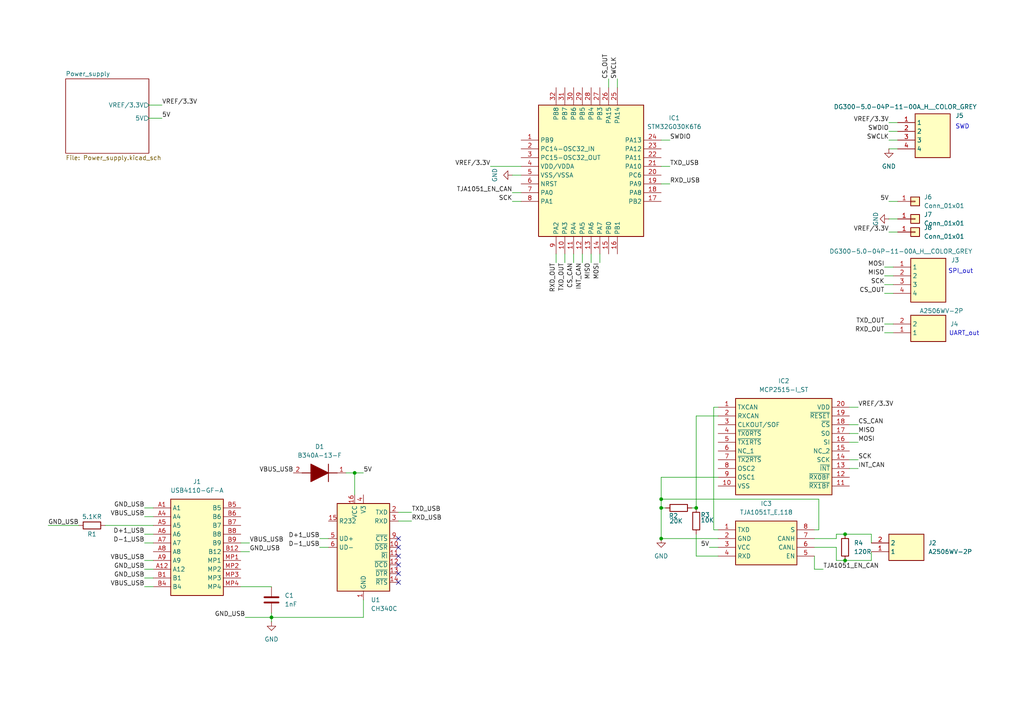
<source format=kicad_sch>
(kicad_sch (version 20250114) (generator "eeschema") (generator_version "9.0")
  (paper "A4")
  (title_block (title "Płytka PCB z SWD, SPI, UART, CAN i USB") (date "2025-09-04") (comment 1 "Zasilanie 230 Vac") (comment 2 "Cortex M0+, SWD, SPI, UART, CAN, USB (device)"))
  (lib_symbols
    (symbol "Connector_Generic:Conn_01x01" (pin_names (offset 1.016) (hide yes))
      (property "Reference" "J" (at 0 2.54 0))
      (property "Value" "Conn_01x01" (at 0 -2.54 0))
      (symbol "Conn_01x01_1_1"
        (rectangle (start -1.27 1.27) (end 1.27 -1.27) (stroke (width 0.254)) (fill (type background)))
        (rectangle (start -1.27 0.127) (end 0 -0.127) (stroke (width 0.1524)))
        (pin passive line (at -5.08 0 0) (length 3.81) (name "Pin_1") (number "1"))
      )
    )
    (symbol "Device:C" (pin_numbers (hide yes)) (pin_names (offset 0.254))
      (property "Reference" "C" (at 0.635 2.54 0))
      (property "Value" "C" (at 0.635 -2.54 0))
      (symbol "C_0_1"
        (polyline (pts (xy -2.032 0.762) (xy 2.032 0.762)) (stroke (width 0.508)))
        (polyline (pts (xy -2.032 -0.762) (xy 2.032 -0.762)) (stroke (width 0.508)))
      )
      (symbol "C_1_1"
        (pin passive line (at 0 3.81 270) (length 2.794) (name "~") (number "1"))
        (pin passive line (at 0 -3.81 90) (length 2.794) (name "~") (number "2"))
      )
    )
    (symbol "Device:R" (pin_numbers (hide yes)) (pin_names (offset 0))
      (property "Reference" "R" (at 2.032 0 90))
      (property "Value" "R" (at 0 0 90))
      (symbol "R_0_1"
        (rectangle (start -1.016 -2.54) (end 1.016 2.54) (stroke (width 0.254)))
      )
      (symbol "R_1_1"
        (pin passive line (at 0 3.81 270) (length 1.27) (name "~") (number "1"))
        (pin passive line (at 0 -3.81 90) (length 1.27) (name "~") (number "2"))
      )
    )
    (symbol "Interface_USB:CH340C"
      (property "Reference" "U" (at -5.08 13.97 0))
      (property "Value" "CH340C" (at 1.27 13.97 0))
      (symbol "CH340C_0_1"
        (rectangle (start -7.62 12.7) (end 7.62 -12.7) (stroke (width 0.254)) (fill (type background)))
      )
      (symbol "CH340C_1_1"
        (pin input line (at -10.16 7.62 0) (length 2.54) (name "R232") (number "15"))
        (pin bidirectional line (at -10.16 2.54 0) (length 2.54) (name "UD+") (number "5"))
        (pin bidirectional line (at -10.16 0 0) (length 2.54) (name "UD-") (number "6"))
        (pin no_connect line (at -7.62 -5.08 0) (length 2.54) (hide yes) (name "NC") (number "7"))
        (pin no_connect line (at -7.62 -7.62 0) (length 2.54) (hide yes) (name "NC") (number "8"))
        (pin power_in line (at -2.54 15.24 270) (length 2.54) (name "VCC") (number "16"))
        (pin power_out line (at 0 15.24 270) (length 2.54) (name "V3") (number "4"))
        (pin power_in line (at 0 -15.24 90) (length 2.54) (name "GND") (number "1"))
        (pin output line (at 10.16 10.16 180) (length 2.54) (name "TXD") (number "2"))
        (pin input line (at 10.16 7.62 180) (length 2.54) (name "RXD") (number "3"))
        (pin input line (at 10.16 2.54 180) (length 2.54) (name "~{CTS}") (number "9"))
        (pin input line (at 10.16 0 180) (length 2.54) (name "~{DSR}") (number "10"))
        (pin input line (at 10.16 -2.54 180) (length 2.54) (name "~{RI}") (number "11"))
        (pin input line (at 10.16 -5.08 180) (length 2.54) (name "~{DCD}") (number "12"))
        (pin output line (at 10.16 -7.62 180) (length 2.54) (name "~{DTR}") (number "13"))
        (pin output line (at 10.16 -10.16 180) (length 2.54) (name "~{RTS}") (number "14"))
      )
    )
    (symbol "SamacSys_Parts:A2506WV-2P"
      (property "Reference" "J" (at 16.51 7.62 0))
      (property "Value" "A2506WV-2P" (at 16.51 5.08 0))
      (symbol "A2506WV-2P_1_1"
        (rectangle (start 5.08 2.54) (end 15.24 -5.08) (stroke (width 0.254)) (fill (type background)))
        (pin passive line (at 0 0 0) (length 5.08) (name "2") (number "2"))
        (pin passive line (at 0 -2.54 0) (length 5.08) (name "1") (number "1"))
      )
    )
    (symbol "SamacSys_Parts:B340A-13-F" (pin_names (hide yes))
      (property "Reference" "D" (at 11.43 5.08 0))
      (property "Value" "B340A-13-F" (at 11.43 2.54 0))
      (symbol "B340A-13-F_1_1"
        (polyline (pts (xy 2.54 0) (xy 5.08 0)) (stroke (width 0.254)))
        (polyline (pts (xy 5.08 2.54) (xy 5.08 -2.54)) (stroke (width 0.254)))
        (polyline (pts (xy 5.08 0) (xy 10.16 2.54) (xy 10.16 -2.54) (xy 5.08 0)) (stroke (width 0.254)) (fill (type outline)))
        (polyline (pts (xy 10.16 0) (xy 12.7 0)) (stroke (width 0.254)))
        (pin passive line (at 0 0 0) (length 2.54) (name "K") (number "1"))
        (pin passive line (at 15.24 0 180) (length 2.54) (name "A") (number "2"))
      )
    )
    (symbol "SamacSys_Parts:DG300-5.0-04P-11-00A_H__COLOR_GREY"
      (property "Reference" "J" (at 16.51 7.62 0))
      (property "Value" "DG300-5.0-04P-11-00A_H__COLOR_GREY" (at 16.51 5.08 0))
      (symbol "DG300-5.0-04P-11-00A_H__COLOR_GREY_1_1"
        (rectangle (start 5.08 2.54) (end 15.24 -10.16) (stroke (width 0.254)) (fill (type background)))
        (pin passive line (at 0 0 0) (length 5.08) (name "1") (number "1"))
        (pin passive line (at 0 -2.54 0) (length 5.08) (name "2") (number "2"))
        (pin passive line (at 0 -5.08 0) (length 5.08) (name "3") (number "3"))
        (pin passive line (at 0 -7.62 0) (length 5.08) (name "4") (number "4"))
      )
    )
    (symbol "SamacSys_Parts:MCP2515-I_ST"
      (property "Reference" "IC" (at 34.29 7.62 0))
      (property "Value" "MCP2515-I_ST" (at 34.29 5.08 0))
      (symbol "MCP2515-I_ST_1_1"
        (rectangle (start 5.08 2.54) (end 33.02 -25.4) (stroke (width 0.254)) (fill (type background)))
        (pin passive line (at 0 0 0) (length 5.08) (name "TXCAN") (number "1"))
        (pin passive line (at 0 -2.54 0) (length 5.08) (name "RXCAN") (number "2"))
        (pin passive line (at 0 -5.08 0) (length 5.08) (name "CLKOUT/SOF") (number "3"))
        (pin passive line (at 0 -7.62 0) (length 5.08) (name "~{TX0RTS}") (number "4"))
        (pin passive line (at 0 -10.16 0) (length 5.08) (name "~{TX1RTS}") (number "5"))
        (pin passive line (at 0 -12.7 0) (length 5.08) (name "NC_1") (number "6"))
        (pin passive line (at 0 -15.24 0) (length 5.08) (name "~{TX2RTS}") (number "7"))
        (pin passive line (at 0 -17.78 0) (length 5.08) (name "OSC2") (number "8"))
        (pin passive line (at 0 -20.32 0) (length 5.08) (name "OSC1") (number "9"))
        (pin passive line (at 0 -22.86 0) (length 5.08) (name "VSS") (number "10"))
        (pin passive line (at 38.1 0 180) (length 5.08) (name "VDD") (number "20"))
        (pin passive line (at 38.1 -2.54 180) (length 5.08) (name "~{RESET}") (number "19"))
        (pin passive line (at 38.1 -5.08 180) (length 5.08) (name "~{CS}") (number "18"))
        (pin passive line (at 38.1 -7.62 180) (length 5.08) (name "SO") (number "17"))
        (pin passive line (at 38.1 -10.16 180) (length 5.08) (name "SI") (number "16"))
        (pin passive line (at 38.1 -12.7 180) (length 5.08) (name "NC_2") (number "15"))
        (pin passive line (at 38.1 -15.24 180) (length 5.08) (name "SCK") (number "14"))
        (pin passive line (at 38.1 -17.78 180) (length 5.08) (name "~{INT}") (number "13"))
        (pin passive line (at 38.1 -20.32 180) (length 5.08) (name "~{RX0BF}") (number "12"))
        (pin passive line (at 38.1 -22.86 180) (length 5.08) (name "~{RX1BF}") (number "11"))
      )
    )
    (symbol "SamacSys_Parts:STM32G030K6T6"
      (property "Reference" "IC" (at 36.83 15.24 0))
      (property "Value" "STM32G030K6T6" (at 36.83 12.7 0))
      (symbol "STM32G030K6T6_1_1"
        (rectangle (start 5.08 10.16) (end 35.56 -27.94) (stroke (width 0.254)) (fill (type background)))
        (pin passive line (at 0 0 0) (length 5.08) (name "PB9") (number "1"))
        (pin passive line (at 0 -2.54 0) (length 5.08) (name "PC14-OSC32_IN") (number "2"))
        (pin passive line (at 0 -5.08 0) (length 5.08) (name "PC15-OSC32_OUT") (number "3"))
        (pin passive line (at 0 -7.62 0) (length 5.08) (name "VDD/VDDA") (number "4"))
        (pin passive line (at 0 -10.16 0) (length 5.08) (name "VSS/VSSA") (number "5"))
        (pin passive line (at 0 -12.7 0) (length 5.08) (name "NRST") (number "6"))
        (pin passive line (at 0 -15.24 0) (length 5.08) (name "PA0") (number "7"))
        (pin passive line (at 0 -17.78 0) (length 5.08) (name "PA1") (number "8"))
        (pin passive line (at 10.16 15.24 270) (length 5.08) (name "PB8") (number "32"))
        (pin passive line (at 10.16 -33.02 90) (length 5.08) (name "PA2") (number "9"))
        (pin passive line (at 12.7 15.24 270) (length 5.08) (name "PB7") (number "31"))
        (pin passive line (at 12.7 -33.02 90) (length 5.08) (name "PA3") (number "10"))
        (pin passive line (at 15.24 15.24 270) (length 5.08) (name "PB6") (number "30"))
        (pin passive line (at 15.24 -33.02 90) (length 5.08) (name "PA4") (number "11"))
        (pin passive line (at 17.78 15.24 270) (length 5.08) (name "PB5") (number "29"))
        (pin passive line (at 17.78 -33.02 90) (length 5.08) (name "PA5") (number "12"))
        (pin passive line (at 20.32 15.24 270) (length 5.08) (name "PB4") (number "28"))
        (pin passive line (at 20.32 -33.02 90) (length 5.08) (name "PA6") (number "13"))
        (pin passive line (at 22.86 15.24 270) (length 5.08) (name "PB3") (number "27"))
        (pin passive line (at 22.86 -33.02 90) (length 5.08) (name "PA7") (number "14"))
        (pin passive line (at 25.4 15.24 270) (length 5.08) (name "PA15") (number "26"))
        (pin passive line (at 25.4 -33.02 90) (length 5.08) (name "PB0") (number "15"))
        (pin passive line (at 27.94 15.24 270) (length 5.08) (name "PA14") (number "25"))
        (pin passive line (at 27.94 -33.02 90) (length 5.08) (name "PB1") (number "16"))
        (pin passive line (at 40.64 0 180) (length 5.08) (name "PA13") (number "24"))
        (pin passive line (at 40.64 -2.54 180) (length 5.08) (name "PA12") (number "23"))
        (pin passive line (at 40.64 -5.08 180) (length 5.08) (name "PA11") (number "22"))
        (pin passive line (at 40.64 -7.62 180) (length 5.08) (name "PA10") (number "21"))
        (pin passive line (at 40.64 -10.16 180) (length 5.08) (name "PC6") (number "20"))
        (pin passive line (at 40.64 -12.7 180) (length 5.08) (name "PA9") (number "19"))
        (pin passive line (at 40.64 -15.24 180) (length 5.08) (name "PA8") (number "18"))
        (pin passive line (at 40.64 -17.78 180) (length 5.08) (name "PB2") (number "17"))
      )
    )
    (symbol "SamacSys_Parts:TJA1051T_E,118"
      (property "Reference" "IC" (at 24.13 7.62 0))
      (property "Value" "TJA1051T_E,118" (at 24.13 5.08 0))
      (symbol "TJA1051T_E,118_1_1"
        (rectangle (start 5.08 2.54) (end 22.86 -10.16) (stroke (width 0.254)) (fill (type background)))
        (pin passive line (at 0 0 0) (length 5.08) (name "TXD") (number "1"))
        (pin passive line (at 0 -2.54 0) (length 5.08) (name "GND") (number "2"))
        (pin passive line (at 0 -5.08 0) (length 5.08) (name "VCC") (number "3"))
        (pin passive line (at 0 -7.62 0) (length 5.08) (name "RXD") (number "4"))
        (pin passive line (at 27.94 0 180) (length 5.08) (name "S") (number "8"))
        (pin passive line (at 27.94 -2.54 180) (length 5.08) (name "CANH") (number "7"))
        (pin passive line (at 27.94 -5.08 180) (length 5.08) (name "CANL") (number "6"))
        (pin passive line (at 27.94 -7.62 180) (length 5.08) (name "EN") (number "5"))
      )
    )
    (symbol "SamacSys_Parts:USB4110-GF-A"
      (property "Reference" "J" (at 21.59 7.62 0))
      (property "Value" "USB4110-GF-A" (at 21.59 5.08 0))
      (symbol "USB4110-GF-A_1_1"
        (rectangle (start 5.08 2.54) (end 20.32 -25.4) (stroke (width 0.254)) (fill (type background)))
        (pin passive line (at 0 0 0) (length 5.08) (name "A1") (number "A1"))
        (pin passive line (at 0 -2.54 0) (length 5.08) (name "A4") (number "A4"))
        (pin passive line (at 0 -5.08 0) (length 5.08) (name "A5") (number "A5"))
        (pin passive line (at 0 -7.62 0) (length 5.08) (name "A6") (number "A6"))
        (pin passive line (at 0 -10.16 0) (length 5.08) (name "A7") (number "A7"))
        (pin passive line (at 0 -12.7 0) (length 5.08) (name "A8") (number "A8"))
        (pin passive line (at 0 -15.24 0) (length 5.08) (name "A9") (number "A9"))
        (pin passive line (at 0 -17.78 0) (length 5.08) (name "A12") (number "A12"))
        (pin passive line (at 0 -20.32 0) (length 5.08) (name "B1") (number "B1"))
        (pin passive line (at 0 -22.86 0) (length 5.08) (name "B4") (number "B4"))
        (pin passive line (at 25.4 0 180) (length 5.08) (name "B5") (number "B5"))
        (pin passive line (at 25.4 -2.54 180) (length 5.08) (name "B6") (number "B6"))
        (pin passive line (at 25.4 -5.08 180) (length 5.08) (name "B7") (number "B7"))
        (pin passive line (at 25.4 -7.62 180) (length 5.08) (name "B8") (number "B8"))
        (pin passive line (at 25.4 -10.16 180) (length 5.08) (name "B9") (number "B9"))
        (pin passive line (at 25.4 -12.7 180) (length 5.08) (name "B12") (number "B12"))
        (pin passive line (at 25.4 -15.24 180) (length 5.08) (name "MP1") (number "MP1"))
        (pin passive line (at 25.4 -17.78 180) (length 5.08) (name "MP2") (number "MP2"))
        (pin passive line (at 25.4 -20.32 180) (length 5.08) (name "MP3") (number "MP3"))
        (pin passive line (at 25.4 -22.86 180) (length 5.08) (name "MP4") (number "MP4"))
      )
    )
    (symbol "power:GND" (power) (pin_numbers (hide yes)) (pin_names (offset 0) (hide yes))
      (property "Value" "GND" (at 0 -3.81 0))
      (symbol "GND_0_1"
        (polyline (pts (xy 0 0) (xy 0 -1.27) (xy 1.27 -1.27) (xy 0 -2.54) (xy -1.27 -1.27) (xy 0 -1.27)))
      )
      (symbol "GND_1_1"
        (pin power_in line (at 0 0 270) (length 0) (name "~") (number "1"))
      )
    )
  )
  (text "UART_out" (at 279.654 96.774 0) (effects (font (size 1.27 1.27))))
  (text "SWD" (at 279.146 36.83 0) (effects (font (size 1.27 1.27))))
  (text "SPI_out" (at 278.638 78.74 0) (effects (font (size 1.27 1.27))))
  (junction (at 102.87 137.16))
  (junction (at 191.77 147.32))
  (junction (at 245.11 162.56))
  (junction (at 191.77 156.21))
  (junction (at 201.93 147.32))
  (junction (at 78.74 179.07))
  (junction (at 245.11 154.94))
  (junction (at 191.77 144.78))
  (no_connect (at 115.57 161.29))
  (no_connect (at 115.57 156.21))
  (no_connect (at 115.57 168.91))
  (no_connect (at 115.57 163.83))
  (no_connect (at 115.57 166.37))
  (no_connect (at 115.57 158.75))
  (wire (pts (xy 171.45 73.66) (xy 171.45 76.2)))
  (wire (pts (xy 161.29 73.66) (xy 161.29 76.2)))
  (wire (pts (xy 245.11 162.56) (xy 252.73 162.56)))
  (wire (pts (xy 208.28 138.43) (xy 191.77 138.43)))
  (wire (pts (xy 69.85 157.48) (xy 72.39 157.48)))
  (wire (pts (xy 41.91 149.86) (xy 44.45 149.86)))
  (wire (pts (xy 115.57 151.13) (xy 119.38 151.13)))
  (wire (pts (xy 43.18 34.29) (xy 46.99 34.29)))
  (wire (pts (xy 148.59 50.8) (xy 151.13 50.8)))
  (wire (pts (xy 191.77 156.21) (xy 208.28 156.21)))
  (wire (pts (xy 41.91 157.48) (xy 44.45 157.48)))
  (wire (pts (xy 13.97 152.4) (xy 22.86 152.4)))
  (wire (pts (xy 41.91 147.32) (xy 44.45 147.32)))
  (wire (pts (xy 207.01 118.11) (xy 208.28 118.11)))
  (wire (pts (xy 205.74 158.75) (xy 208.28 158.75)))
  (wire (pts (xy 245.11 154.94) (xy 252.73 154.94)))
  (wire (pts (xy 179.07 22.86) (xy 179.07 25.4)))
  (wire (pts (xy 236.22 165.1) (xy 238.76 165.1)))
  (wire (pts (xy 236.22 156.21) (xy 242.57 156.21)))
  (wire (pts (xy 41.91 162.56) (xy 44.45 162.56)))
  (wire (pts (xy 236.22 158.75) (xy 242.57 158.75)))
  (wire (pts (xy 246.38 125.73) (xy 248.92 125.73)))
  (wire (pts (xy 78.74 179.07) (xy 78.74 180.34)))
  (wire (pts (xy 200.66 147.32) (xy 201.93 147.32)))
  (wire (pts (xy 191.77 144.78) (xy 237.49 144.78)))
  (wire (pts (xy 148.59 58.42) (xy 151.13 58.42)))
  (wire (pts (xy 191.77 40.64) (xy 194.31 40.64)))
  (wire (pts (xy 105.41 173.99) (xy 105.41 179.07)))
  (wire (pts (xy 252.73 154.94) (xy 252.73 157.48)))
  (wire (pts (xy 246.38 118.11) (xy 248.92 118.11)))
  (wire (pts (xy 242.57 162.56) (xy 245.11 162.56)))
  (wire (pts (xy 92.71 156.21) (xy 95.25 156.21)))
  (wire (pts (xy 191.77 48.26) (xy 194.31 48.26)))
  (wire (pts (xy 191.77 147.32) (xy 191.77 156.21)))
  (wire (pts (xy 166.37 73.66) (xy 166.37 76.2)))
  (wire (pts (xy 191.77 147.32) (xy 193.04 147.32)))
  (wire (pts (xy 256.54 77.47) (xy 259.08 77.47)))
  (wire (pts (xy 242.57 154.94) (xy 245.11 154.94)))
  (wire (pts (xy 257.81 58.42) (xy 260.35 58.42)))
  (wire (pts (xy 201.93 120.65) (xy 201.93 147.32)))
  (wire (pts (xy 148.59 55.88) (xy 151.13 55.88)))
  (wire (pts (xy 191.77 147.32) (xy 191.77 144.78)))
  (wire (pts (xy 256.54 82.55) (xy 259.08 82.55)))
  (wire (pts (xy 257.81 38.1) (xy 260.35 38.1)))
  (wire (pts (xy 256.54 85.09) (xy 259.08 85.09)))
  (wire (pts (xy 257.81 35.56) (xy 260.35 35.56)))
  (wire (pts (xy 236.22 161.29) (xy 236.22 165.1)))
  (wire (pts (xy 41.91 167.64) (xy 44.45 167.64)))
  (wire (pts (xy 41.91 170.18) (xy 44.45 170.18)))
  (wire (pts (xy 201.93 120.65) (xy 208.28 120.65)))
  (wire (pts (xy 207.01 118.11) (xy 207.01 153.67)))
  (wire (pts (xy 246.38 123.19) (xy 248.92 123.19)))
  (wire (pts (xy 259.08 93.98) (xy 256.54 93.98)))
  (wire (pts (xy 257.81 63.5) (xy 260.35 63.5)))
  (wire (pts (xy 168.91 73.66) (xy 168.91 76.2)))
  (wire (pts (xy 69.85 170.18) (xy 78.74 170.18)))
  (wire (pts (xy 41.91 154.94) (xy 44.45 154.94)))
  (wire (pts (xy 237.49 153.67) (xy 237.49 144.78)))
  (wire (pts (xy 69.85 160.02) (xy 72.39 160.02)))
  (wire (pts (xy 102.87 137.16) (xy 102.87 143.51)))
  (wire (pts (xy 237.49 153.67) (xy 236.22 153.67)))
  (wire (pts (xy 257.81 43.18) (xy 260.35 43.18)))
  (wire (pts (xy 78.74 177.8) (xy 78.74 179.07)))
  (wire (pts (xy 201.93 154.94) (xy 201.93 161.29)))
  (wire (pts (xy 208.28 161.29) (xy 201.93 161.29)))
  (wire (pts (xy 41.91 165.1) (xy 44.45 165.1)))
  (wire (pts (xy 257.81 40.64) (xy 260.35 40.64)))
  (wire (pts (xy 71.12 179.07) (xy 78.74 179.07)))
  (wire (pts (xy 252.73 160.02) (xy 252.73 162.56)))
  (wire (pts (xy 207.01 153.67) (xy 208.28 153.67)))
  (wire (pts (xy 242.57 158.75) (xy 242.57 162.56)))
  (wire (pts (xy 246.38 133.35) (xy 248.92 133.35)))
  (wire (pts (xy 92.71 158.75) (xy 95.25 158.75)))
  (wire (pts (xy 246.38 135.89) (xy 248.92 135.89)))
  (wire (pts (xy 259.08 96.52) (xy 256.54 96.52)))
  (wire (pts (xy 115.57 148.59) (xy 119.38 148.59)))
  (wire (pts (xy 191.77 53.34) (xy 194.31 53.34)))
  (wire (pts (xy 163.83 73.66) (xy 163.83 76.2)))
  (wire (pts (xy 176.53 22.86) (xy 176.53 25.4)))
  (wire (pts (xy 242.57 156.21) (xy 242.57 154.94)))
  (wire (pts (xy 191.77 138.43) (xy 191.77 144.78)))
  (wire (pts (xy 105.41 137.16) (xy 102.87 137.16)))
  (wire (pts (xy 43.18 30.48) (xy 46.99 30.48)))
  (wire (pts (xy 173.99 73.66) (xy 173.99 76.2)))
  (wire (pts (xy 257.81 67.31) (xy 260.35 67.31)))
  (wire (pts (xy 30.48 152.4) (xy 44.45 152.4)))
  (wire (pts (xy 78.74 179.07) (xy 105.41 179.07)))
  (wire (pts (xy 142.24 48.26) (xy 151.13 48.26)))
  (wire (pts (xy 100.33 137.16) (xy 102.87 137.16)))
  (wire (pts (xy 246.38 128.27) (xy 248.92 128.27)))
  (wire (pts (xy 256.54 80.01) (xy 259.08 80.01)))
  (label "MOSI" (at 173.99 76.2 270))
  (label "CS_CAN" (at 166.37 76.2 270))
  (label "VBUS_USB" (at 41.91 149.86 180))
  (label "VBUS_USB" (at 72.39 157.48 0))
  (label "GND_USB" (at 41.91 147.32 180))
  (label "VREF{slash}3.3V" (at 257.81 67.31 180))
  (label "MISO" (at 248.92 125.73 0))
  (label "SWCLK" (at 257.81 40.64 180))
  (label "RXD_USB" (at 119.38 151.13 0))
  (label "5V" (at 46.99 34.29 0))
  (label "VBUS_USB" (at 85.09 137.16 180))
  (label "TJA1051_EN_CAN" (at 238.76 165.1 0))
  (label "TXD_OUT" (at 163.83 76.2 270))
  (label "RXD_OUT" (at 256.54 96.52 180))
  (label "CS_CAN" (at 248.92 123.19 0))
  (label "SWCLK" (at 179.07 22.86 90))
  (label "SCK" (at 148.59 58.42 180))
  (label "5V" (at 257.81 58.42 180))
  (label "5V" (at 105.41 137.16 0))
  (label "CS_OUT" (at 256.54 85.09 180))
  (label "TXD_USB" (at 119.38 148.59 0))
  (label "TXD_USB" (at 194.31 48.26 0))
  (label "GND_USB" (at 71.12 179.07 180))
  (label "VBUS_USB" (at 41.91 162.56 180))
  (label "VBUS_USB" (at 41.91 170.18 180))
  (label "MOSI" (at 248.92 128.27 0))
  (label "5V" (at 205.74 158.75 180))
  (label "GND_USB" (at 41.91 167.64 180))
  (label "VREF{slash}3.3V" (at 257.81 35.56 180))
  (label "SWDIO" (at 257.81 38.1 180))
  (label "MISO" (at 171.45 76.2 270))
  (label "RXD_USB" (at 194.31 53.34 0))
  (label "RXD_OUT" (at 161.29 76.2 270))
  (label "GND_USB" (at 13.97 152.4 0))
  (label "MOSI" (at 256.54 77.47 180))
  (label "GND_USB" (at 72.39 160.02 0))
  (label "VREF{slash}3.3V" (at 46.99 30.48 0))
  (label "CS_OUT" (at 176.53 22.86 90))
  (label "D-1_USB" (at 41.91 157.48 180))
  (label "D-1_USB" (at 92.71 158.75 180))
  (label "SCK" (at 256.54 82.55 180))
  (label "SCK" (at 248.92 133.35 0))
  (label "INT_CAN" (at 248.92 135.89 0))
  (label "VREF{slash}3.3V" (at 248.92 118.11 0))
  (label "INT_CAN" (at 168.91 76.2 270))
  (label "GND_USB" (at 41.91 165.1 180))
  (label "MISO" (at 256.54 80.01 180))
  (label "TXD_OUT" (at 256.54 93.98 180))
  (label "VREF{slash}3.3V" (at 142.24 48.26 180))
  (label "D+1_USB" (at 92.71 156.21 180))
  (label "D+1_USB" (at 41.91 154.94 180))
  (label "TJA1051_EN_CAN" (at 148.59 55.88 180))
  (label "SWDIO" (at 194.31 40.64 0))
  (symbol (lib_id "SamacSys_Parts:TJA1051T_E,118") (at 208.28 153.67 0) (unit 1)
    (property "Reference" "IC3" (at 222.25 146.05 0))
    (property "Value" "TJA1051T_E,118" (at 222.25 148.59 0))
    (property "Footprint" "SamacSys_Parts:SOIC127P600X175-8N" (effects (hide yes)))
    (property "Datasheet" "http://www.nxp.com/docs/en/data-sheet/TJA1051.pdf" (effects (hide yes)))
    (property "Description" "NXP - TJA1051T/E,118 - CAN Bus, CAN, Serial, 4.5 V, 5.5 V, SOIC" (effects (hide yes)))
    (property "Height" "1.75" (effects (hide yes)))
    (property "Manufacturer_Name" "NXP" (effects (hide yes)))
    (property "Manufacturer_Part_Number" "TJA1051T/E,118" (effects (hide yes)))
  )
  (symbol (lib_id "power:GND") (at 191.77 156.21 0) (unit 1)
    (property "Reference" "#PWR03" (effects (hide yes)))
    (property "Value" "GND" (at 191.77 161.29 0))
    (property "Description" "Power symbol creates a global label with name \"GND\" , ground" (effects (hide yes)))
  )
  (symbol (lib_id "SamacSys_Parts:DG300-5.0-04P-11-00A_H__COLOR_GREY") (at 260.35 35.56 0) (unit 1)
    (property "Reference" "J5" (at 277.114 33.528 0) (effects (justify left)))
    (property "Value" "DG300-5.0-04P-11-00A_H__COLOR_GREY" (at 241.808 30.988 0) (effects (justify left)))
    (property "Footprint" "SamacSys_Parts:DG3005004P1100AHCOLORGREY" (effects (hide yes)))
    (property "Datasheet" "https://www.degson.com/content/details_552_879441.html?lang=en" (effects (hide yes)))
    (property "Description" "PCB terminal block; angled 90; 5mm; ways: 4; on PCBs; 2.5mm2; 24A" (effects (hide yes)))
    (property "Height" "12.86" (effects (hide yes)))
    (property "Manufacturer_Name" "Degson" (effects (hide yes)))
    (property "Manufacturer_Part_Number" "DG300-5.0-04P-11-00A(H) COLOR GREY" (effects (hide yes)))
  )
  (symbol (lib_id "SamacSys_Parts:DG300-5.0-04P-11-00A_H__COLOR_GREY") (at 259.08 77.47 0) (unit 1)
    (property "Reference" "J3" (at 275.844 75.438 0) (effects (justify left)))
    (property "Value" "DG300-5.0-04P-11-00A_H__COLOR_GREY" (at 240.538 72.898 0) (effects (justify left)))
    (property "Footprint" "SamacSys_Parts:DG3005004P1100AHCOLORGREY" (effects (hide yes)))
    (property "Datasheet" "https://www.degson.com/content/details_552_879441.html?lang=en" (effects (hide yes)))
    (property "Description" "PCB terminal block; angled 90; 5mm; ways: 4; on PCBs; 2.5mm2; 24A" (effects (hide yes)))
    (property "Height" "12.86" (effects (hide yes)))
    (property "Manufacturer_Name" "Degson" (effects (hide yes)))
    (property "Manufacturer_Part_Number" "DG300-5.0-04P-11-00A(H) COLOR GREY" (effects (hide yes)))
  )
  (symbol (lib_id "power:GND") (at 78.74 180.34 0) (unit 1)
    (property "Reference" "#PWR01" (effects (hide yes)))
    (property "Value" "GND" (at 78.74 185.42 0))
    (property "Description" "Power symbol creates a global label with name \"GND\" , ground" (effects (hide yes)))
  )
  (symbol (lib_id "Device:R") (at 245.11 158.75 0) (unit 1)
    (property "Reference" "R4" (at 247.65 157.4799 0) (effects (justify left)))
    (property "Value" "120R" (at 247.65 160.0199 0) (effects (justify left)))
    (property "Footprint" "Resistor_SMD:R_0201_0603Metric" (effects (hide yes)))
    (property "Description" "Resistor" (effects (hide yes)))
  )
  (symbol (lib_id "Connector_Generic:Conn_01x01") (at 265.43 58.42 0) (unit 1)
    (property "Reference" "J6" (at 267.97 57.1499 0) (effects (justify left)))
    (property "Value" "Conn_01x01" (at 267.97 59.6899 0) (effects (justify left)))
    (property "Footprint" "Connector_PinHeader_2.54mm:PinHeader_1x01_P2.54mm_Vertical" (effects (hide yes)))
    (property "Description" "Generic connector, single row, 01x01, script generated (kicad-library-utils/schlib/autogen/connector/)" (effects (hide yes)))
  )
  (symbol (lib_id "Connector_Generic:Conn_01x01") (at 265.43 67.31 0) (unit 1)
    (property "Reference" "J8" (at 267.97 66.0399 0) (effects (justify left)))
    (property "Value" "Conn_01x01" (at 267.97 68.5799 0) (effects (justify left)))
    (property "Footprint" "Connector_PinHeader_2.54mm:PinHeader_1x01_P2.54mm_Vertical" (effects (hide yes)))
    (property "Description" "Generic connector, single row, 01x01, script generated (kicad-library-utils/schlib/autogen/connector/)" (effects (hide yes)))
  )
  (symbol (lib_id "Connector_Generic:Conn_01x01") (at 265.43 63.5 0) (unit 1)
    (property "Reference" "J7" (at 267.97 62.2299 0) (effects (justify left)))
    (property "Value" "Conn_01x01" (at 267.97 64.7699 0) (effects (justify left)))
    (property "Footprint" "Connector_PinHeader_2.54mm:PinHeader_1x01_P2.54mm_Vertical" (effects (hide yes)))
    (property "Description" "Generic connector, single row, 01x01, script generated (kicad-library-utils/schlib/autogen/connector/)" (effects (hide yes)))
  )
  (symbol (lib_id "SamacSys_Parts:USB4110-GF-A") (at 44.45 147.32 0) (unit 1)
    (property "Reference" "J1" (at 57.15 139.7 0))
    (property "Value" "USB4110-GF-A" (at 57.15 142.24 0))
    (property "Footprint" "SamacSys_Parts:USB4110GFA" (effects (hide yes)))
    (property "Datasheet" "https://gct.co/files/drawings/usb4110.pdf" (effects (hide yes)))
    (property "Description" "CONN USB 2.0 TYPE-C R/A SMT" (effects (hide yes)))
    (property "Height" "3.26" (effects (hide yes)))
    (property "Manufacturer_Name" "GCT (GLOBAL CONNECTOR TECHNOLOGY)" (effects (hide yes)))
    (property "Manufacturer_Part_Number" "USB4110-GF-A" (effects (hide yes)))
  )
  (symbol (lib_id "Device:R") (at 26.67 152.4 90) (unit 1)
    (property "Reference" "R1" (at 26.67 154.94 90))
    (property "Value" "5.1KR" (at 26.67 149.86 90))
    (property "Footprint" "Resistor_SMD:R_0603_1608Metric" (effects (hide yes)))
    (property "Description" "Resistor" (effects (hide yes)))
  )
  (symbol (lib_id "power:GND") (at 148.59 50.8 270) (unit 1)
    (property "Reference" "#PWR02" (effects (hide yes)))
    (property "Value" "GND" (at 143.51 50.8 0))
    (property "Description" "Power symbol creates a global label with name \"GND\" , ground" (effects (hide yes)))
  )
  (symbol (lib_id "power:GND") (at 257.81 63.5 270) (unit 1)
    (property "Reference" "#PWR05" (effects (hide yes)))
    (property "Value" "GND" (at 254 63.5 0))
    (property "Description" "Power symbol creates a global label with name \"GND\" , ground" (effects (hide yes)))
  )
  (symbol (lib_id "SamacSys_Parts:A2506WV-2P") (at 259.08 93.98 0) (unit 1)
    (property "Reference" "J4" (at 275.59 93.9799 0) (effects (justify left)))
    (property "Value" "A2506WV-2P" (at 266.7 90.17 0) (effects (justify left)))
    (property "Footprint" "SamacSys_Parts:A2506WV2P" (effects (hide yes)))
    (property "Datasheet" "https://www.tme.eu/Document/6152294b6336370601e802961503de43/A2506WV-XP.pdf" (effects (hide yes)))
    (property "Description" "Connector: wire-board; socket; male; A2506; 2.5mm; PIN: 2; THT; 250V" (effects (hide yes)))
    (property "Height" "6.15" (effects (hide yes)))
    (property "Manufacturer_Name" "HR(Joint Tech Elec)" (effects (hide yes)))
    (property "Manufacturer_Part_Number" "A2506WV-2P" (effects (hide yes)))
  )
  (symbol (lib_id "power:GND") (at 257.81 43.18 0) (unit 1)
    (property "Reference" "#PWR04" (effects (hide yes)))
    (property "Value" "GND" (at 257.81 48.26 0))
    (property "Description" "Power symbol creates a global label with name \"GND\" , ground" (effects (hide yes)))
  )
  (symbol (lib_id "SamacSys_Parts:A2506WV-2P") (at 252.73 157.48 0) (unit 1)
    (property "Reference" "J2" (at 269.24 157.4799 0) (effects (justify left)))
    (property "Value" "A2506WV-2P" (at 269.24 160.0199 0) (effects (justify left)))
    (property "Footprint" "SamacSys_Parts:A2506WV2P" (effects (hide yes)))
    (property "Datasheet" "https://www.tme.eu/Document/6152294b6336370601e802961503de43/A2506WV-XP.pdf" (effects (hide yes)))
    (property "Description" "Connector: wire-board; socket; male; A2506; 2.5mm; PIN: 2; THT; 250V" (effects (hide yes)))
    (property "Height" "6.15" (effects (hide yes)))
    (property "Manufacturer_Name" "HR(Joint Tech Elec)" (effects (hide yes)))
    (property "Manufacturer_Part_Number" "A2506WV-2P" (effects (hide yes)))
  )
  (symbol (lib_id "SamacSys_Parts:STM32G030K6T6") (at 151.13 40.64 0) (unit 1)
    (property "Reference" "IC1" (at 195.58 34.2198 0))
    (property "Value" "STM32G030K6T6" (at 195.58 36.7598 0))
    (property "Footprint" "SamacSys_Parts:QFP80P900X900X160-32N" (effects (hide yes)))
    (property "Datasheet" "https://www.st.com/resource/en/datasheet/stm32g030c6.pdf" (effects (hide yes)))
    (property "Description" "STMICROELECTRONICS - STM32G030K6T6 - ARM MCU, STM32 Family STM32G0 Series Microcontrollers, ARM Cortex-M0+, 32bit, 64 MHz, 32 KB, 8 KB" (effects (hide yes)))
    (property "Height" "1.6" (effects (hide yes)))
    (property "Manufacturer_Name" "STMicroelectronics" (effects (hide yes)))
    (property "Manufacturer_Part_Number" "STM32G030K6T6" (effects (hide yes)))
  )
  (symbol (lib_id "Device:R") (at 201.93 151.13 0) (unit 1)
    (property "Reference" "R3" (at 203.2 149.352 0) (effects (justify left)))
    (property "Value" "10K" (at 203.2 150.876 0) (effects (justify left)))
    (property "Footprint" "Resistor_SMD:R_0201_0603Metric" (effects (hide yes)))
    (property "Description" "Resistor" (effects (hide yes)))
  )
  (symbol (lib_id "Interface_USB:CH340C") (at 105.41 158.75 0) (unit 1)
    (property "Reference" "U1" (at 107.5533 173.99 0) (effects (justify left)))
    (property "Value" "CH340C" (at 107.5533 176.53 0) (effects (justify left)))
    (property "Footprint" "Package_SO:SOIC-16_3.9x9.9mm_P1.27mm" (effects (hide yes)))
    (property "Datasheet" "https://datasheet.lcsc.com/szlcsc/Jiangsu-Qin-Heng-CH340C_C84681.pdf" (effects (hide yes)))
    (property "Description" "USB serial converter, crystal-less, UART, SOIC-16" (effects (hide yes)))
  )
  (symbol (lib_id "Device:C") (at 78.74 173.99 0) (unit 1)
    (property "Reference" "C1" (at 82.55 172.7199 0) (effects (justify left)))
    (property "Value" "1nF" (at 82.55 175.2599 0) (effects (justify left)))
    (property "Footprint" "Capacitor_SMD:C_0201_0603Metric" (effects (hide yes)))
    (property "Description" "Unpolarized capacitor" (effects (hide yes)))
  )
  (symbol (lib_id "SamacSys_Parts:MCP2515-I_ST") (at 208.28 118.11 0) (unit 1)
    (property "Reference" "IC2" (at 227.33 110.49 0))
    (property "Value" "MCP2515-I_ST" (at 227.33 113.03 0))
    (property "Footprint" "SamacSys_Parts:SOP65P640X120-20N" (effects (hide yes)))
    (property "Datasheet" "https://datasheet.datasheetarchive.com/originals/distributors/SFDatasheet-4/sf-00090060.pdf" (effects (hide yes)))
    (property "Description" "CAN controller with SPI interface" (effects (hide yes)))
    (property "Height" "1.2" (effects (hide yes)))
    (property "Mouser Part Number" "579-MCP2515-I/ST" (effects (hide yes)))
    (property "Mouser Price/Stock" "https://www.mouser.co.uk/ProductDetail/Microchip-Technology/MCP2515-I-ST?qs=KwArPi4cUojWiv3rOtQ%252BgA%3D%3D" (effects (hide yes)))
    (property "Manufacturer_Name" "Microchip" (effects (hide yes)))
    (property "Manufacturer_Part_Number" "MCP2515-I/ST" (effects (hide yes)))
  )
  (symbol (lib_id "Device:R") (at 196.85 147.32 90) (unit 1)
    (property "Reference" "R2" (at 195.326 149.606 90))
    (property "Value" "20K" (at 196.088 151.13 90))
    (property "Footprint" "Resistor_SMD:R_0201_0603Metric" (effects (hide yes)))
    (property "Description" "Resistor" (effects (hide yes)))
  )
  (symbol (lib_id "SamacSys_Parts:B340A-13-F") (at 100.33 137.16 180) (unit 1)
    (property "Reference" "D1" (at 92.71 129.54 0))
    (property "Value" "B340A-13-F" (at 92.71 132.08 0))
    (property "Footprint" "SamacSys_Parts:DIOM5226X240N" (effects (hide yes)))
    (property "Datasheet" "https://datasheet.datasheetarchive.com/originals/distributors/Datasheets-305/73551.pdf" (effects (hide yes)))
    (property "Description" "Schottky Diode 3A 40V 0.5Vf SMA Diodes Inc B340A-13-F, SMT Schottky Diode, 40V 3A, 2-Pin DO-214AC" (effects (hide yes)))
    (property "Height" "2.4" (effects (hide yes)))
    (property "Manufacturer_Name" "Diodes Incorporated" (effects (hide yes)))
    (property "Manufacturer_Part_Number" "B340A-13-F" (effects (hide yes)))
  )
  (sheet (at 19.05 22.86) (size 24.13 21.59) (stroke (width 0.1524))
    (property "Sheetname" "Power_supply" (at 19.05 22.1484 0) (effects (justify left bottom)))
    (property "Sheetfile" "Power_supply.kicad_sch" (at 19.05 45.0346 0) (effects (justify left top)))
    (pin "VREF{slash}3.3V" output (at 43.18 30.48 0))
    (pin "5V" output (at 43.18 34.29 0))
  )
)
</source>
